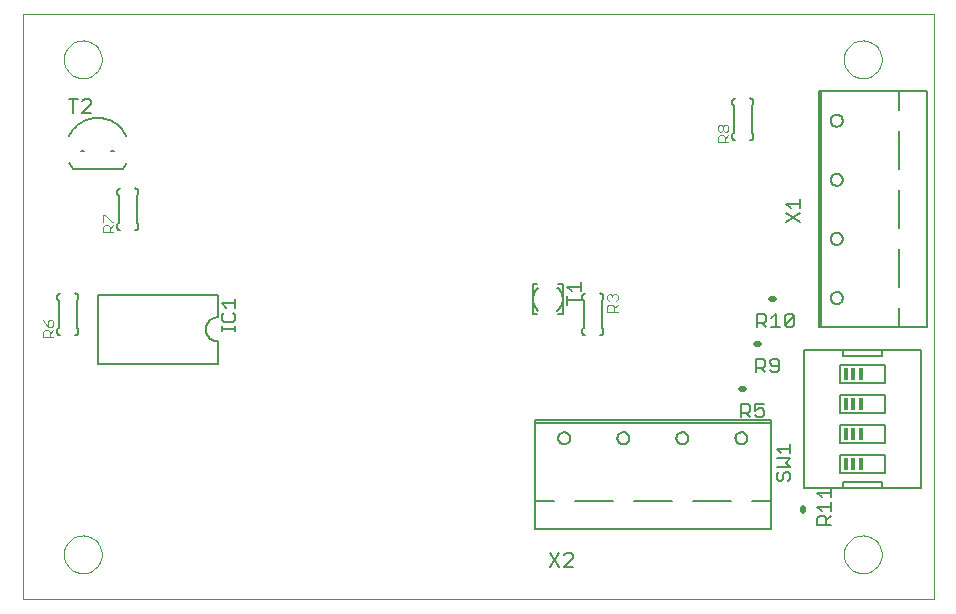
<source format=gto>
G75*
%MOIN*%
%OFA0B0*%
%FSLAX24Y24*%
%IPPOS*%
%LPD*%
%AMOC8*
5,1,8,0,0,1.08239X$1,22.5*
%
%ADD10C,0.0000*%
%ADD11C,0.0060*%
%ADD12C,0.0050*%
%ADD13C,0.0040*%
%ADD14R,0.0150X0.0400*%
%ADD15C,0.0200*%
D10*
X000180Y000680D02*
X000180Y020176D01*
X030550Y020176D01*
X030550Y000680D01*
X000180Y000680D01*
X001550Y002180D02*
X001552Y002230D01*
X001558Y002280D01*
X001568Y002329D01*
X001582Y002377D01*
X001599Y002424D01*
X001620Y002469D01*
X001645Y002513D01*
X001673Y002554D01*
X001705Y002593D01*
X001739Y002630D01*
X001776Y002664D01*
X001816Y002694D01*
X001858Y002721D01*
X001902Y002745D01*
X001948Y002766D01*
X001995Y002782D01*
X002043Y002795D01*
X002093Y002804D01*
X002142Y002809D01*
X002193Y002810D01*
X002243Y002807D01*
X002292Y002800D01*
X002341Y002789D01*
X002389Y002774D01*
X002435Y002756D01*
X002480Y002734D01*
X002523Y002708D01*
X002564Y002679D01*
X002603Y002647D01*
X002639Y002612D01*
X002671Y002574D01*
X002701Y002534D01*
X002728Y002491D01*
X002751Y002447D01*
X002770Y002401D01*
X002786Y002353D01*
X002798Y002304D01*
X002806Y002255D01*
X002810Y002205D01*
X002810Y002155D01*
X002806Y002105D01*
X002798Y002056D01*
X002786Y002007D01*
X002770Y001959D01*
X002751Y001913D01*
X002728Y001869D01*
X002701Y001826D01*
X002671Y001786D01*
X002639Y001748D01*
X002603Y001713D01*
X002564Y001681D01*
X002523Y001652D01*
X002480Y001626D01*
X002435Y001604D01*
X002389Y001586D01*
X002341Y001571D01*
X002292Y001560D01*
X002243Y001553D01*
X002193Y001550D01*
X002142Y001551D01*
X002093Y001556D01*
X002043Y001565D01*
X001995Y001578D01*
X001948Y001594D01*
X001902Y001615D01*
X001858Y001639D01*
X001816Y001666D01*
X001776Y001696D01*
X001739Y001730D01*
X001705Y001767D01*
X001673Y001806D01*
X001645Y001847D01*
X001620Y001891D01*
X001599Y001936D01*
X001582Y001983D01*
X001568Y002031D01*
X001558Y002080D01*
X001552Y002130D01*
X001550Y002180D01*
X001550Y018680D02*
X001552Y018730D01*
X001558Y018780D01*
X001568Y018829D01*
X001582Y018877D01*
X001599Y018924D01*
X001620Y018969D01*
X001645Y019013D01*
X001673Y019054D01*
X001705Y019093D01*
X001739Y019130D01*
X001776Y019164D01*
X001816Y019194D01*
X001858Y019221D01*
X001902Y019245D01*
X001948Y019266D01*
X001995Y019282D01*
X002043Y019295D01*
X002093Y019304D01*
X002142Y019309D01*
X002193Y019310D01*
X002243Y019307D01*
X002292Y019300D01*
X002341Y019289D01*
X002389Y019274D01*
X002435Y019256D01*
X002480Y019234D01*
X002523Y019208D01*
X002564Y019179D01*
X002603Y019147D01*
X002639Y019112D01*
X002671Y019074D01*
X002701Y019034D01*
X002728Y018991D01*
X002751Y018947D01*
X002770Y018901D01*
X002786Y018853D01*
X002798Y018804D01*
X002806Y018755D01*
X002810Y018705D01*
X002810Y018655D01*
X002806Y018605D01*
X002798Y018556D01*
X002786Y018507D01*
X002770Y018459D01*
X002751Y018413D01*
X002728Y018369D01*
X002701Y018326D01*
X002671Y018286D01*
X002639Y018248D01*
X002603Y018213D01*
X002564Y018181D01*
X002523Y018152D01*
X002480Y018126D01*
X002435Y018104D01*
X002389Y018086D01*
X002341Y018071D01*
X002292Y018060D01*
X002243Y018053D01*
X002193Y018050D01*
X002142Y018051D01*
X002093Y018056D01*
X002043Y018065D01*
X001995Y018078D01*
X001948Y018094D01*
X001902Y018115D01*
X001858Y018139D01*
X001816Y018166D01*
X001776Y018196D01*
X001739Y018230D01*
X001705Y018267D01*
X001673Y018306D01*
X001645Y018347D01*
X001620Y018391D01*
X001599Y018436D01*
X001582Y018483D01*
X001568Y018531D01*
X001558Y018580D01*
X001552Y018630D01*
X001550Y018680D01*
X027550Y018680D02*
X027552Y018730D01*
X027558Y018780D01*
X027568Y018829D01*
X027582Y018877D01*
X027599Y018924D01*
X027620Y018969D01*
X027645Y019013D01*
X027673Y019054D01*
X027705Y019093D01*
X027739Y019130D01*
X027776Y019164D01*
X027816Y019194D01*
X027858Y019221D01*
X027902Y019245D01*
X027948Y019266D01*
X027995Y019282D01*
X028043Y019295D01*
X028093Y019304D01*
X028142Y019309D01*
X028193Y019310D01*
X028243Y019307D01*
X028292Y019300D01*
X028341Y019289D01*
X028389Y019274D01*
X028435Y019256D01*
X028480Y019234D01*
X028523Y019208D01*
X028564Y019179D01*
X028603Y019147D01*
X028639Y019112D01*
X028671Y019074D01*
X028701Y019034D01*
X028728Y018991D01*
X028751Y018947D01*
X028770Y018901D01*
X028786Y018853D01*
X028798Y018804D01*
X028806Y018755D01*
X028810Y018705D01*
X028810Y018655D01*
X028806Y018605D01*
X028798Y018556D01*
X028786Y018507D01*
X028770Y018459D01*
X028751Y018413D01*
X028728Y018369D01*
X028701Y018326D01*
X028671Y018286D01*
X028639Y018248D01*
X028603Y018213D01*
X028564Y018181D01*
X028523Y018152D01*
X028480Y018126D01*
X028435Y018104D01*
X028389Y018086D01*
X028341Y018071D01*
X028292Y018060D01*
X028243Y018053D01*
X028193Y018050D01*
X028142Y018051D01*
X028093Y018056D01*
X028043Y018065D01*
X027995Y018078D01*
X027948Y018094D01*
X027902Y018115D01*
X027858Y018139D01*
X027816Y018166D01*
X027776Y018196D01*
X027739Y018230D01*
X027705Y018267D01*
X027673Y018306D01*
X027645Y018347D01*
X027620Y018391D01*
X027599Y018436D01*
X027582Y018483D01*
X027568Y018531D01*
X027558Y018580D01*
X027552Y018630D01*
X027550Y018680D01*
X027550Y002180D02*
X027552Y002230D01*
X027558Y002280D01*
X027568Y002329D01*
X027582Y002377D01*
X027599Y002424D01*
X027620Y002469D01*
X027645Y002513D01*
X027673Y002554D01*
X027705Y002593D01*
X027739Y002630D01*
X027776Y002664D01*
X027816Y002694D01*
X027858Y002721D01*
X027902Y002745D01*
X027948Y002766D01*
X027995Y002782D01*
X028043Y002795D01*
X028093Y002804D01*
X028142Y002809D01*
X028193Y002810D01*
X028243Y002807D01*
X028292Y002800D01*
X028341Y002789D01*
X028389Y002774D01*
X028435Y002756D01*
X028480Y002734D01*
X028523Y002708D01*
X028564Y002679D01*
X028603Y002647D01*
X028639Y002612D01*
X028671Y002574D01*
X028701Y002534D01*
X028728Y002491D01*
X028751Y002447D01*
X028770Y002401D01*
X028786Y002353D01*
X028798Y002304D01*
X028806Y002255D01*
X028810Y002205D01*
X028810Y002155D01*
X028806Y002105D01*
X028798Y002056D01*
X028786Y002007D01*
X028770Y001959D01*
X028751Y001913D01*
X028728Y001869D01*
X028701Y001826D01*
X028671Y001786D01*
X028639Y001748D01*
X028603Y001713D01*
X028564Y001681D01*
X028523Y001652D01*
X028480Y001626D01*
X028435Y001604D01*
X028389Y001586D01*
X028341Y001571D01*
X028292Y001560D01*
X028243Y001553D01*
X028193Y001550D01*
X028142Y001551D01*
X028093Y001556D01*
X028043Y001565D01*
X027995Y001578D01*
X027948Y001594D01*
X027902Y001615D01*
X027858Y001639D01*
X027816Y001666D01*
X027776Y001696D01*
X027739Y001730D01*
X027705Y001767D01*
X027673Y001806D01*
X027645Y001847D01*
X027620Y001891D01*
X027599Y001936D01*
X027582Y001983D01*
X027568Y002031D01*
X027558Y002080D01*
X027552Y002130D01*
X027550Y002180D01*
D11*
X025117Y003030D02*
X025117Y003970D01*
X025117Y006570D01*
X017247Y006570D01*
X017247Y006650D01*
X025117Y006650D01*
X025117Y006570D01*
X023937Y006050D02*
X023939Y006078D01*
X023945Y006105D01*
X023954Y006131D01*
X023967Y006156D01*
X023984Y006179D01*
X024003Y006199D01*
X024025Y006216D01*
X024049Y006230D01*
X024075Y006240D01*
X024102Y006247D01*
X024130Y006250D01*
X024158Y006249D01*
X024185Y006244D01*
X024212Y006235D01*
X024237Y006223D01*
X024260Y006208D01*
X024281Y006189D01*
X024299Y006168D01*
X024314Y006144D01*
X024325Y006118D01*
X024333Y006092D01*
X024337Y006064D01*
X024337Y006036D01*
X024333Y006008D01*
X024325Y005982D01*
X024314Y005956D01*
X024299Y005932D01*
X024281Y005911D01*
X024260Y005892D01*
X024237Y005877D01*
X024212Y005865D01*
X024185Y005856D01*
X024158Y005851D01*
X024130Y005850D01*
X024102Y005853D01*
X024075Y005860D01*
X024049Y005870D01*
X024025Y005884D01*
X024003Y005901D01*
X023984Y005921D01*
X023967Y005944D01*
X023954Y005969D01*
X023945Y005995D01*
X023939Y006022D01*
X023937Y006050D01*
X021967Y006050D02*
X021969Y006078D01*
X021975Y006105D01*
X021984Y006131D01*
X021997Y006156D01*
X022014Y006179D01*
X022033Y006199D01*
X022055Y006216D01*
X022079Y006230D01*
X022105Y006240D01*
X022132Y006247D01*
X022160Y006250D01*
X022188Y006249D01*
X022215Y006244D01*
X022242Y006235D01*
X022267Y006223D01*
X022290Y006208D01*
X022311Y006189D01*
X022329Y006168D01*
X022344Y006144D01*
X022355Y006118D01*
X022363Y006092D01*
X022367Y006064D01*
X022367Y006036D01*
X022363Y006008D01*
X022355Y005982D01*
X022344Y005956D01*
X022329Y005932D01*
X022311Y005911D01*
X022290Y005892D01*
X022267Y005877D01*
X022242Y005865D01*
X022215Y005856D01*
X022188Y005851D01*
X022160Y005850D01*
X022132Y005853D01*
X022105Y005860D01*
X022079Y005870D01*
X022055Y005884D01*
X022033Y005901D01*
X022014Y005921D01*
X021997Y005944D01*
X021984Y005969D01*
X021975Y005995D01*
X021969Y006022D01*
X021967Y006050D01*
X019997Y006050D02*
X019999Y006078D01*
X020005Y006105D01*
X020014Y006131D01*
X020027Y006156D01*
X020044Y006179D01*
X020063Y006199D01*
X020085Y006216D01*
X020109Y006230D01*
X020135Y006240D01*
X020162Y006247D01*
X020190Y006250D01*
X020218Y006249D01*
X020245Y006244D01*
X020272Y006235D01*
X020297Y006223D01*
X020320Y006208D01*
X020341Y006189D01*
X020359Y006168D01*
X020374Y006144D01*
X020385Y006118D01*
X020393Y006092D01*
X020397Y006064D01*
X020397Y006036D01*
X020393Y006008D01*
X020385Y005982D01*
X020374Y005956D01*
X020359Y005932D01*
X020341Y005911D01*
X020320Y005892D01*
X020297Y005877D01*
X020272Y005865D01*
X020245Y005856D01*
X020218Y005851D01*
X020190Y005850D01*
X020162Y005853D01*
X020135Y005860D01*
X020109Y005870D01*
X020085Y005884D01*
X020063Y005901D01*
X020044Y005921D01*
X020027Y005944D01*
X020014Y005969D01*
X020005Y005995D01*
X019999Y006022D01*
X019997Y006050D01*
X018027Y006050D02*
X018029Y006078D01*
X018035Y006105D01*
X018044Y006131D01*
X018057Y006156D01*
X018074Y006179D01*
X018093Y006199D01*
X018115Y006216D01*
X018139Y006230D01*
X018165Y006240D01*
X018192Y006247D01*
X018220Y006250D01*
X018248Y006249D01*
X018275Y006244D01*
X018302Y006235D01*
X018327Y006223D01*
X018350Y006208D01*
X018371Y006189D01*
X018389Y006168D01*
X018404Y006144D01*
X018415Y006118D01*
X018423Y006092D01*
X018427Y006064D01*
X018427Y006036D01*
X018423Y006008D01*
X018415Y005982D01*
X018404Y005956D01*
X018389Y005932D01*
X018371Y005911D01*
X018350Y005892D01*
X018327Y005877D01*
X018302Y005865D01*
X018275Y005856D01*
X018248Y005851D01*
X018220Y005850D01*
X018192Y005853D01*
X018165Y005860D01*
X018139Y005870D01*
X018115Y005884D01*
X018093Y005901D01*
X018074Y005921D01*
X018057Y005944D01*
X018044Y005969D01*
X018035Y005995D01*
X018029Y006022D01*
X018027Y006050D01*
X017247Y006570D02*
X017247Y003970D01*
X017877Y003970D01*
X017247Y003970D02*
X017247Y003030D01*
X025117Y003030D01*
X025117Y003970D02*
X024487Y003970D01*
X023787Y003970D02*
X022517Y003970D01*
X021817Y003970D02*
X020547Y003970D01*
X019847Y003970D02*
X018577Y003970D01*
X026230Y004380D02*
X027530Y004380D01*
X028830Y004380D01*
X030130Y004380D01*
X030130Y008980D01*
X028830Y008980D01*
X027530Y008980D01*
X026230Y008980D01*
X026230Y004380D01*
X027430Y004880D02*
X027430Y005480D01*
X028930Y005480D01*
X028930Y004880D01*
X027430Y004880D01*
X027530Y004580D02*
X027530Y004380D01*
X027530Y004580D02*
X028830Y004580D01*
X028830Y004380D01*
X028930Y005880D02*
X027430Y005880D01*
X027430Y006480D01*
X028930Y006480D01*
X028930Y005880D01*
X028930Y006880D02*
X027430Y006880D01*
X027430Y007480D01*
X028930Y007480D01*
X028930Y006880D01*
X028930Y007880D02*
X027430Y007880D01*
X027430Y008480D01*
X028930Y008480D01*
X028930Y007880D01*
X028830Y008780D02*
X027530Y008780D01*
X027530Y008980D01*
X026790Y009747D02*
X026710Y009747D01*
X026710Y017617D01*
X026790Y017617D01*
X029390Y017617D01*
X030330Y017617D01*
X030330Y009747D01*
X029390Y009747D01*
X026790Y009747D01*
X026790Y017617D01*
X027110Y016637D02*
X027112Y016665D01*
X027118Y016692D01*
X027127Y016718D01*
X027140Y016743D01*
X027157Y016766D01*
X027176Y016786D01*
X027198Y016803D01*
X027222Y016817D01*
X027248Y016827D01*
X027275Y016834D01*
X027303Y016837D01*
X027331Y016836D01*
X027358Y016831D01*
X027385Y016822D01*
X027410Y016810D01*
X027433Y016795D01*
X027454Y016776D01*
X027472Y016755D01*
X027487Y016731D01*
X027498Y016705D01*
X027506Y016679D01*
X027510Y016651D01*
X027510Y016623D01*
X027506Y016595D01*
X027498Y016569D01*
X027487Y016543D01*
X027472Y016519D01*
X027454Y016498D01*
X027433Y016479D01*
X027410Y016464D01*
X027385Y016452D01*
X027358Y016443D01*
X027331Y016438D01*
X027303Y016437D01*
X027275Y016440D01*
X027248Y016447D01*
X027222Y016457D01*
X027198Y016471D01*
X027176Y016488D01*
X027157Y016508D01*
X027140Y016531D01*
X027127Y016556D01*
X027118Y016582D01*
X027112Y016609D01*
X027110Y016637D01*
X029390Y016287D02*
X029390Y015017D01*
X029390Y014317D02*
X029390Y013047D01*
X029390Y012347D02*
X029390Y011077D01*
X029390Y010377D02*
X029390Y009747D01*
X028830Y008980D02*
X028830Y008780D01*
X027110Y010727D02*
X027112Y010755D01*
X027118Y010782D01*
X027127Y010808D01*
X027140Y010833D01*
X027157Y010856D01*
X027176Y010876D01*
X027198Y010893D01*
X027222Y010907D01*
X027248Y010917D01*
X027275Y010924D01*
X027303Y010927D01*
X027331Y010926D01*
X027358Y010921D01*
X027385Y010912D01*
X027410Y010900D01*
X027433Y010885D01*
X027454Y010866D01*
X027472Y010845D01*
X027487Y010821D01*
X027498Y010795D01*
X027506Y010769D01*
X027510Y010741D01*
X027510Y010713D01*
X027506Y010685D01*
X027498Y010659D01*
X027487Y010633D01*
X027472Y010609D01*
X027454Y010588D01*
X027433Y010569D01*
X027410Y010554D01*
X027385Y010542D01*
X027358Y010533D01*
X027331Y010528D01*
X027303Y010527D01*
X027275Y010530D01*
X027248Y010537D01*
X027222Y010547D01*
X027198Y010561D01*
X027176Y010578D01*
X027157Y010598D01*
X027140Y010621D01*
X027127Y010646D01*
X027118Y010672D01*
X027112Y010699D01*
X027110Y010727D01*
X027110Y012697D02*
X027112Y012725D01*
X027118Y012752D01*
X027127Y012778D01*
X027140Y012803D01*
X027157Y012826D01*
X027176Y012846D01*
X027198Y012863D01*
X027222Y012877D01*
X027248Y012887D01*
X027275Y012894D01*
X027303Y012897D01*
X027331Y012896D01*
X027358Y012891D01*
X027385Y012882D01*
X027410Y012870D01*
X027433Y012855D01*
X027454Y012836D01*
X027472Y012815D01*
X027487Y012791D01*
X027498Y012765D01*
X027506Y012739D01*
X027510Y012711D01*
X027510Y012683D01*
X027506Y012655D01*
X027498Y012629D01*
X027487Y012603D01*
X027472Y012579D01*
X027454Y012558D01*
X027433Y012539D01*
X027410Y012524D01*
X027385Y012512D01*
X027358Y012503D01*
X027331Y012498D01*
X027303Y012497D01*
X027275Y012500D01*
X027248Y012507D01*
X027222Y012517D01*
X027198Y012531D01*
X027176Y012548D01*
X027157Y012568D01*
X027140Y012591D01*
X027127Y012616D01*
X027118Y012642D01*
X027112Y012669D01*
X027110Y012697D01*
X027110Y014667D02*
X027112Y014695D01*
X027118Y014722D01*
X027127Y014748D01*
X027140Y014773D01*
X027157Y014796D01*
X027176Y014816D01*
X027198Y014833D01*
X027222Y014847D01*
X027248Y014857D01*
X027275Y014864D01*
X027303Y014867D01*
X027331Y014866D01*
X027358Y014861D01*
X027385Y014852D01*
X027410Y014840D01*
X027433Y014825D01*
X027454Y014806D01*
X027472Y014785D01*
X027487Y014761D01*
X027498Y014735D01*
X027506Y014709D01*
X027510Y014681D01*
X027510Y014653D01*
X027506Y014625D01*
X027498Y014599D01*
X027487Y014573D01*
X027472Y014549D01*
X027454Y014528D01*
X027433Y014509D01*
X027410Y014494D01*
X027385Y014482D01*
X027358Y014473D01*
X027331Y014468D01*
X027303Y014467D01*
X027275Y014470D01*
X027248Y014477D01*
X027222Y014487D01*
X027198Y014501D01*
X027176Y014518D01*
X027157Y014538D01*
X027140Y014561D01*
X027127Y014586D01*
X027118Y014612D01*
X027112Y014639D01*
X027110Y014667D01*
X024530Y016080D02*
X024530Y016180D01*
X024480Y016230D01*
X024480Y017130D01*
X024530Y017180D01*
X024530Y017280D01*
X024528Y017297D01*
X024524Y017314D01*
X024517Y017330D01*
X024507Y017344D01*
X024494Y017357D01*
X024480Y017367D01*
X024464Y017374D01*
X024447Y017378D01*
X024430Y017380D01*
X023930Y017380D02*
X023913Y017378D01*
X023896Y017374D01*
X023880Y017367D01*
X023866Y017357D01*
X023853Y017344D01*
X023843Y017330D01*
X023836Y017314D01*
X023832Y017297D01*
X023830Y017280D01*
X023830Y017180D01*
X023880Y017130D01*
X023880Y016230D01*
X023830Y016180D01*
X023830Y016080D01*
X023832Y016063D01*
X023836Y016046D01*
X023843Y016030D01*
X023853Y016016D01*
X023866Y016003D01*
X023880Y015993D01*
X023896Y015986D01*
X023913Y015982D01*
X023930Y015980D01*
X024430Y015980D02*
X024447Y015982D01*
X024464Y015986D01*
X024480Y015993D01*
X024494Y016003D01*
X024507Y016016D01*
X024517Y016030D01*
X024524Y016046D01*
X024528Y016063D01*
X024530Y016080D01*
X029390Y016987D02*
X029390Y017617D01*
X019530Y010780D02*
X019530Y010680D01*
X019480Y010630D01*
X019480Y009730D01*
X019530Y009680D01*
X019530Y009580D01*
X019528Y009563D01*
X019524Y009546D01*
X019517Y009530D01*
X019507Y009516D01*
X019494Y009503D01*
X019480Y009493D01*
X019464Y009486D01*
X019447Y009482D01*
X019430Y009480D01*
X018930Y009480D02*
X018913Y009482D01*
X018896Y009486D01*
X018880Y009493D01*
X018866Y009503D01*
X018853Y009516D01*
X018843Y009530D01*
X018836Y009546D01*
X018832Y009563D01*
X018830Y009580D01*
X018830Y009680D01*
X018880Y009730D01*
X018880Y010630D01*
X018830Y010680D01*
X018830Y010780D01*
X018832Y010797D01*
X018836Y010814D01*
X018843Y010830D01*
X018853Y010844D01*
X018866Y010857D01*
X018880Y010867D01*
X018896Y010874D01*
X018913Y010878D01*
X018930Y010880D01*
X019430Y010880D02*
X019447Y010878D01*
X019464Y010874D01*
X019480Y010867D01*
X019494Y010857D01*
X019507Y010844D01*
X019517Y010830D01*
X019524Y010814D01*
X019528Y010797D01*
X019530Y010780D01*
X018180Y011180D02*
X018180Y010180D01*
X018030Y010180D01*
X017368Y010290D02*
X017337Y010316D01*
X017308Y010345D01*
X017282Y010377D01*
X017259Y010410D01*
X017239Y010445D01*
X017221Y010482D01*
X017206Y010520D01*
X017195Y010559D01*
X017187Y010599D01*
X017182Y010639D01*
X017180Y010680D01*
X017992Y011070D02*
X018023Y011044D01*
X018052Y011015D01*
X018078Y010983D01*
X018101Y010950D01*
X018121Y010915D01*
X018139Y010878D01*
X018154Y010840D01*
X018165Y010801D01*
X018173Y010761D01*
X018178Y010721D01*
X018180Y010680D01*
X017368Y011070D02*
X017337Y011044D01*
X017308Y011015D01*
X017282Y010983D01*
X017259Y010950D01*
X017239Y010915D01*
X017221Y010878D01*
X017206Y010840D01*
X017195Y010801D01*
X017187Y010761D01*
X017182Y010721D01*
X017180Y010680D01*
X017992Y010290D02*
X018023Y010316D01*
X018052Y010345D01*
X018078Y010377D01*
X018101Y010410D01*
X018121Y010445D01*
X018139Y010482D01*
X018154Y010520D01*
X018165Y010559D01*
X018173Y010599D01*
X018178Y010639D01*
X018180Y010680D01*
X018180Y011180D02*
X018030Y011180D01*
X017330Y011180D02*
X017180Y011180D01*
X017180Y010180D01*
X017330Y010180D01*
X006680Y010080D02*
X006680Y010830D01*
X002680Y010830D01*
X002680Y008530D01*
X006680Y008530D01*
X006680Y009280D01*
X006641Y009282D01*
X006602Y009288D01*
X006564Y009297D01*
X006527Y009310D01*
X006491Y009327D01*
X006458Y009347D01*
X006426Y009371D01*
X006397Y009397D01*
X006371Y009426D01*
X006347Y009458D01*
X006327Y009491D01*
X006310Y009527D01*
X006297Y009564D01*
X006288Y009602D01*
X006282Y009641D01*
X006280Y009680D01*
X006282Y009719D01*
X006288Y009758D01*
X006297Y009796D01*
X006310Y009833D01*
X006327Y009869D01*
X006347Y009902D01*
X006371Y009934D01*
X006397Y009963D01*
X006426Y009989D01*
X006458Y010013D01*
X006491Y010033D01*
X006527Y010050D01*
X006564Y010063D01*
X006602Y010072D01*
X006641Y010078D01*
X006680Y010080D01*
X004030Y013080D02*
X004030Y013180D01*
X003980Y013230D01*
X003980Y014130D01*
X004030Y014180D01*
X004030Y014280D01*
X004028Y014297D01*
X004024Y014314D01*
X004017Y014330D01*
X004007Y014344D01*
X003994Y014357D01*
X003980Y014367D01*
X003964Y014374D01*
X003947Y014378D01*
X003930Y014380D01*
X003430Y014380D02*
X003413Y014378D01*
X003396Y014374D01*
X003380Y014367D01*
X003366Y014357D01*
X003353Y014344D01*
X003343Y014330D01*
X003336Y014314D01*
X003332Y014297D01*
X003330Y014280D01*
X003330Y014180D01*
X003380Y014130D01*
X003380Y013230D01*
X003330Y013180D01*
X003330Y013080D01*
X003332Y013063D01*
X003336Y013046D01*
X003343Y013030D01*
X003353Y013016D01*
X003366Y013003D01*
X003380Y012993D01*
X003396Y012986D01*
X003413Y012982D01*
X003430Y012980D01*
X003930Y012980D02*
X003947Y012982D01*
X003964Y012986D01*
X003980Y012993D01*
X003994Y013003D01*
X004007Y013016D01*
X004017Y013030D01*
X004024Y013046D01*
X004028Y013063D01*
X004030Y013080D01*
X002030Y010780D02*
X002030Y010680D01*
X001980Y010630D01*
X001980Y009730D01*
X002030Y009680D01*
X002030Y009580D01*
X002028Y009563D01*
X002024Y009546D01*
X002017Y009530D01*
X002007Y009516D01*
X001994Y009503D01*
X001980Y009493D01*
X001964Y009486D01*
X001947Y009482D01*
X001930Y009480D01*
X001430Y009480D02*
X001413Y009482D01*
X001396Y009486D01*
X001380Y009493D01*
X001366Y009503D01*
X001353Y009516D01*
X001343Y009530D01*
X001336Y009546D01*
X001332Y009563D01*
X001330Y009580D01*
X001330Y009680D01*
X001380Y009730D01*
X001380Y010630D01*
X001330Y010680D01*
X001330Y010780D01*
X001332Y010797D01*
X001336Y010814D01*
X001343Y010830D01*
X001353Y010844D01*
X001366Y010857D01*
X001380Y010867D01*
X001396Y010874D01*
X001413Y010878D01*
X001430Y010880D01*
X001930Y010880D02*
X001947Y010878D01*
X001964Y010874D01*
X001980Y010867D01*
X001994Y010857D01*
X002007Y010844D01*
X002017Y010830D01*
X002024Y010814D01*
X002028Y010797D01*
X002030Y010780D01*
D12*
X006805Y010545D02*
X007255Y010545D01*
X007255Y010395D02*
X007255Y010695D01*
X006955Y010395D02*
X006805Y010545D01*
X006880Y010234D02*
X006805Y010159D01*
X006805Y010009D01*
X006880Y009934D01*
X007180Y009934D01*
X007255Y010009D01*
X007255Y010159D01*
X007180Y010234D01*
X007255Y009777D02*
X007255Y009627D01*
X007255Y009702D02*
X006805Y009702D01*
X006805Y009627D02*
X006805Y009777D01*
X003505Y015030D02*
X001855Y015030D01*
X002127Y015630D02*
X002233Y015630D01*
X001730Y015233D02*
X001757Y015179D01*
X001787Y015128D01*
X001820Y015078D01*
X001855Y015030D01*
X001730Y016127D02*
X001759Y016184D01*
X001792Y016240D01*
X001827Y016293D01*
X001867Y016344D01*
X001909Y016392D01*
X001954Y016438D01*
X002001Y016481D01*
X002051Y016521D01*
X002104Y016558D01*
X002159Y016591D01*
X002215Y016622D01*
X002274Y016648D01*
X002334Y016671D01*
X002395Y016691D01*
X002457Y016706D01*
X002520Y016718D01*
X002584Y016726D01*
X002648Y016730D01*
X002712Y016730D01*
X002776Y016726D01*
X002840Y016718D01*
X002903Y016706D01*
X002965Y016691D01*
X003026Y016671D01*
X003086Y016648D01*
X003145Y016622D01*
X003201Y016591D01*
X003256Y016558D01*
X003309Y016521D01*
X003359Y016481D01*
X003406Y016438D01*
X003451Y016392D01*
X003493Y016344D01*
X003533Y016293D01*
X003568Y016240D01*
X003601Y016184D01*
X003630Y016127D01*
X003233Y015630D02*
X003127Y015630D01*
X003634Y015242D02*
X003607Y015186D01*
X003576Y015132D01*
X003542Y015080D01*
X003505Y015030D01*
X002466Y016905D02*
X002165Y016905D01*
X002466Y017205D01*
X002466Y017280D01*
X002391Y017355D01*
X002240Y017355D01*
X002165Y017280D01*
X002005Y017355D02*
X001705Y017355D01*
X001855Y017355D02*
X001855Y016905D01*
X018335Y011105D02*
X018485Y010955D01*
X018335Y011105D02*
X018785Y011105D01*
X018785Y010955D02*
X018785Y011255D01*
X018335Y010794D02*
X018335Y010494D01*
X018335Y010644D02*
X018785Y010644D01*
X024124Y007195D02*
X024349Y007195D01*
X024424Y007120D01*
X024424Y006970D01*
X024349Y006895D01*
X024124Y006895D01*
X024124Y006745D02*
X024124Y007195D01*
X024585Y007195D02*
X024585Y006970D01*
X024735Y007045D01*
X024810Y007045D01*
X024885Y006970D01*
X024885Y006820D01*
X024810Y006745D01*
X024660Y006745D01*
X024585Y006820D01*
X024424Y006745D02*
X024274Y006895D01*
X024585Y007195D02*
X024885Y007195D01*
X024924Y008245D02*
X024774Y008395D01*
X024849Y008395D02*
X024624Y008395D01*
X024624Y008245D02*
X024624Y008695D01*
X024849Y008695D01*
X024924Y008620D01*
X024924Y008470D01*
X024849Y008395D01*
X025085Y008320D02*
X025160Y008245D01*
X025310Y008245D01*
X025385Y008320D01*
X025385Y008620D01*
X025310Y008695D01*
X025160Y008695D01*
X025085Y008620D01*
X025085Y008545D01*
X025160Y008470D01*
X025385Y008470D01*
X025424Y009745D02*
X025124Y009745D01*
X025274Y009745D02*
X025274Y010195D01*
X025124Y010045D01*
X024964Y009970D02*
X024889Y009895D01*
X024664Y009895D01*
X024814Y009895D02*
X024964Y009745D01*
X024964Y009970D02*
X024964Y010120D01*
X024889Y010195D01*
X024664Y010195D01*
X024664Y009745D01*
X025585Y009820D02*
X025885Y010120D01*
X025885Y009820D01*
X025810Y009745D01*
X025660Y009745D01*
X025585Y009820D01*
X025585Y010120D01*
X025660Y010195D01*
X025810Y010195D01*
X025885Y010120D01*
X026085Y013262D02*
X025635Y013563D01*
X025785Y013723D02*
X025635Y013873D01*
X026085Y013873D01*
X026085Y013723D02*
X026085Y014023D01*
X026085Y013563D02*
X025635Y013262D01*
X025755Y005845D02*
X025755Y005545D01*
X025755Y005695D02*
X025305Y005695D01*
X025455Y005545D01*
X025305Y005384D02*
X025755Y005384D01*
X025605Y005234D01*
X025755Y005084D01*
X025305Y005084D01*
X025380Y004924D02*
X025305Y004849D01*
X025305Y004699D01*
X025380Y004624D01*
X025455Y004624D01*
X025530Y004699D01*
X025530Y004849D01*
X025605Y004924D01*
X025680Y004924D01*
X025755Y004849D01*
X025755Y004699D01*
X025680Y004624D01*
X026665Y004235D02*
X027115Y004235D01*
X027115Y004085D02*
X027115Y004385D01*
X026815Y004085D02*
X026665Y004235D01*
X027115Y003924D02*
X027115Y003624D01*
X027115Y003774D02*
X026665Y003774D01*
X026815Y003624D01*
X026740Y003464D02*
X026890Y003464D01*
X026965Y003389D01*
X026965Y003164D01*
X026965Y003314D02*
X027115Y003464D01*
X026740Y003464D02*
X026665Y003389D01*
X026665Y003164D01*
X027115Y003164D01*
X018523Y002150D02*
X018448Y002225D01*
X018298Y002225D01*
X018223Y002150D01*
X018063Y002225D02*
X017762Y001775D01*
X018063Y001775D02*
X017762Y002225D01*
X018223Y001775D02*
X018523Y002075D01*
X018523Y002150D01*
X018523Y001775D02*
X018223Y001775D01*
D13*
X019660Y010272D02*
X019660Y010447D01*
X019718Y010505D01*
X019835Y010505D01*
X019893Y010447D01*
X019893Y010272D01*
X019893Y010389D02*
X020010Y010505D01*
X019952Y010631D02*
X020010Y010689D01*
X020010Y010806D01*
X019952Y010864D01*
X019893Y010864D01*
X019835Y010806D01*
X019835Y010748D01*
X019835Y010806D02*
X019776Y010864D01*
X019718Y010864D01*
X019660Y010806D01*
X019660Y010689D01*
X019718Y010631D01*
X019660Y010272D02*
X020010Y010272D01*
X023350Y015910D02*
X023350Y016085D01*
X023408Y016144D01*
X023525Y016144D01*
X023583Y016085D01*
X023583Y015910D01*
X023583Y016027D02*
X023700Y016144D01*
X023642Y016269D02*
X023583Y016269D01*
X023525Y016327D01*
X023525Y016444D01*
X023583Y016503D01*
X023642Y016503D01*
X023700Y016444D01*
X023700Y016327D01*
X023642Y016269D01*
X023525Y016327D02*
X023466Y016269D01*
X023408Y016269D01*
X023350Y016327D01*
X023350Y016444D01*
X023408Y016503D01*
X023466Y016503D01*
X023525Y016444D01*
X023700Y015910D02*
X023350Y015910D01*
X003200Y013269D02*
X003142Y013269D01*
X002908Y013503D01*
X002850Y013503D01*
X002850Y013269D01*
X002908Y013144D02*
X003025Y013144D01*
X003083Y013085D01*
X003083Y012910D01*
X003083Y013027D02*
X003200Y013144D01*
X003200Y012910D02*
X002850Y012910D01*
X002850Y013085D01*
X002908Y013144D01*
X001142Y010003D02*
X001083Y010003D01*
X001025Y009944D01*
X001025Y009769D01*
X001142Y009769D01*
X001200Y009827D01*
X001200Y009944D01*
X001142Y010003D01*
X000908Y009886D02*
X001025Y009769D01*
X001025Y009644D02*
X001083Y009585D01*
X001083Y009410D01*
X001083Y009527D02*
X001200Y009644D01*
X001025Y009644D02*
X000908Y009644D01*
X000850Y009585D01*
X000850Y009410D01*
X001200Y009410D01*
X000908Y009886D02*
X000850Y010003D01*
D14*
X027605Y008180D03*
X027855Y008180D03*
X028105Y008180D03*
X028105Y007180D03*
X027855Y007180D03*
X027605Y007180D03*
X027605Y006180D03*
X027855Y006180D03*
X028105Y006180D03*
X028105Y005180D03*
X027855Y005180D03*
X027605Y005180D03*
D15*
X026180Y003730D02*
X026180Y003630D01*
X024230Y007680D02*
X024130Y007680D01*
X024630Y009180D02*
X024730Y009180D01*
X025130Y010680D02*
X025230Y010680D01*
M02*

</source>
